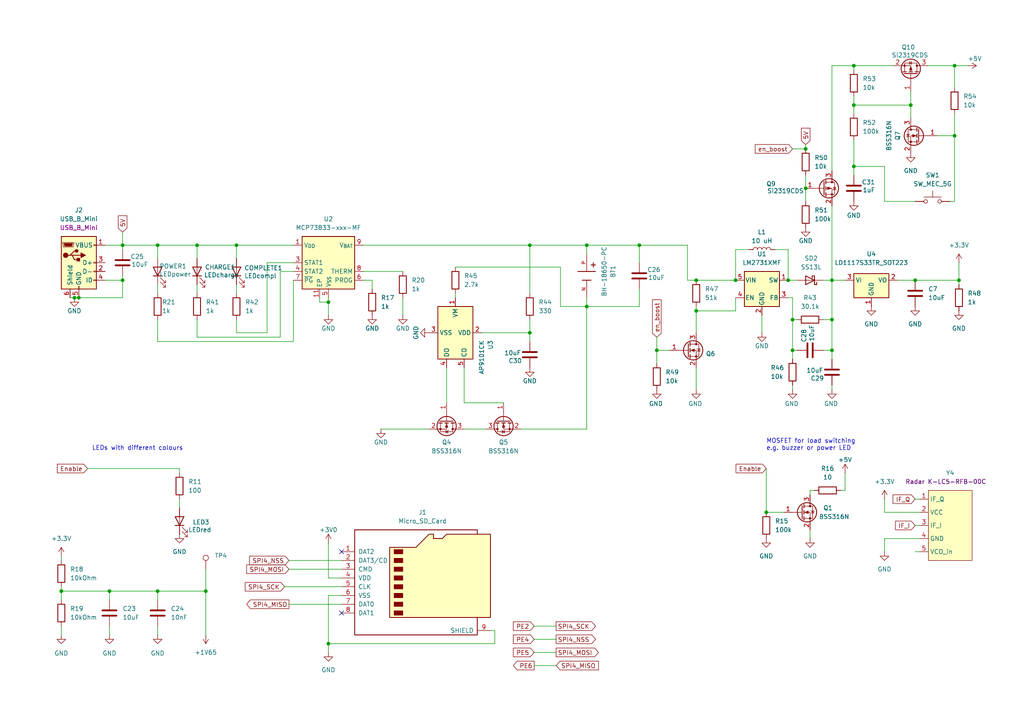
<source format=kicad_sch>
(kicad_sch (version 20250114) (generator "eeschema") (generator_version "9.0")
  (paper "A4")
  (title_block (title "Miscellaneous") (date "2022-12-22") (company "hhrt@zhaw.ch"))
  (lib_symbols
    (symbol "BH-18650-PC:BH-18650-PC" (pin_names (offset 1.016))
      (property "Reference" "BT" (at -3.81 3.81 0))
      (property "Value" "BH-18650-PC" (at -3.81 -5.08 0))
      (symbol "BH-18650-PC_0_0"
        (pin passive line (at -7.62 0 0) (length 5.08) (name "~") (number "P"))
        (pin passive line (at 5.08 0 180) (length 5.08) (name "~") (number "N"))
      )
    )
    (symbol "Battery_Management:AP9101CK"
      (property "Reference" "U" (at -7.62 6.35 0))
      (property "Value" "AP9101CK" (at 6.35 6.35 0))
      (symbol "AP9101CK_1_1"
        (pin passive line (at -10.16 0 0) (length 2.54) (name "VM") (number "1"))
        (pin power_in line (at 0 7.62 270) (length 2.54) (name "VDD") (number "2"))
        (pin power_in line (at 0 -7.62 90) (length 2.54) (name "VSS") (number "3"))
        (pin output line (at 10.16 2.54 180) (length 2.54) (name "CO") (number "5"))
        (pin output line (at 10.16 -2.54 180) (length 2.54) (name "DO") (number "4"))
      )
    )
    (symbol "Battery_Management:MCP73833-xxx-MF"
      (property "Reference" "U" (at -6.35 8.89 0))
      (property "Value" "MCP73833-xxx-MF" (at 10.16 8.89 0))
      (symbol "MCP73833-xxx-MF_1_1"
        (pin power_in line (at -10.16 5.08 0) (length 2.54) (name "V_{DD}") (number "1"))
        (pin passive line (at -10.16 5.08 0) (length 2.54) (hide yes) (name "V_{DD}") (number "2"))
        (pin open_collector line (at -10.16 0 0) (length 2.54) (name "STAT1") (number "3"))
        (pin open_collector line (at -10.16 -2.54 0) (length 2.54) (name "STAT2") (number "4"))
        (pin open_collector line (at -10.16 -5.08 0) (length 2.54) (name "~{PG}") (number "7"))
        (pin power_in line (at -2.54 -10.16 90) (length 2.54) (name "EP") (number "11"))
        (pin power_in line (at 0 -10.16 90) (length 2.54) (name "V_{SS}") (number "5"))
        (pin passive line (at 10.16 5.08 180) (length 2.54) (hide yes) (name "V_{BAT}") (number "10"))
        (pin power_out line (at 10.16 5.08 180) (length 2.54) (name "V_{BAT}") (number "9"))
        (pin passive line (at 10.16 -2.54 180) (length 2.54) (name "THERM") (number "8"))
        (pin input line (at 10.16 -5.08 180) (length 2.54) (name "PROG") (number "6"))
      )
    )
    (symbol "Connector:Micro_SD_Card" (pin_names (offset 1.016))
      (property "Reference" "J" (at -16.51 15.24 0))
      (property "Value" "Micro_SD_Card" (at 16.51 15.24 0))
      (symbol "Micro_SD_Card_1_1"
        (pin bidirectional line (at -22.86 7.62 0) (length 3.81) (name "DAT2") (number "1"))
        (pin bidirectional line (at -22.86 5.08 0) (length 3.81) (name "DAT3/CD") (number "2"))
        (pin input line (at -22.86 2.54 0) (length 3.81) (name "CMD") (number "3"))
        (pin power_in line (at -22.86 0 0) (length 3.81) (name "VDD") (number "4"))
        (pin input line (at -22.86 -2.54 0) (length 3.81) (name "CLK") (number "5"))
        (pin power_in line (at -22.86 -5.08 0) (length 3.81) (name "VSS") (number "6"))
        (pin bidirectional line (at -22.86 -7.62 0) (length 3.81) (name "DAT0") (number "7"))
        (pin bidirectional line (at -22.86 -10.16 0) (length 3.81) (name "DAT1") (number "8"))
        (pin passive line (at 20.32 -15.24 180) (length 3.81) (name "SHIELD") (number "9"))
      )
    )
    (symbol "Connector:TestPoint" (pin_numbers (hide yes)) (pin_names (offset 0.762) (hide yes))
      (property "Reference" "TP" (at 0 6.858 0))
      (property "Value" "TestPoint" (at 0 5.08 0))
      (symbol "TestPoint_1_1"
        (pin passive line (at 0 0 90) (length 2.54) (name "1") (number "1"))
      )
    )
    (symbol "Connector:USB_B_Mini" (pin_names (offset 1.016))
      (property "Reference" "J" (at -5.08 11.43 0))
      (property "Value" "USB_B_Mini" (at -5.08 8.89 0))
      (symbol "USB_B_Mini_1_1"
        (pin passive line (at -2.54 -10.16 90) (length 2.54) (name "Shield") (number "6"))
        (pin power_out line (at 0 -10.16 90) (length 2.54) (name "GND") (number "5"))
        (pin power_out line (at 7.62 5.08 180) (length 2.54) (name "VBUS") (number "1"))
        (pin bidirectional line (at 7.62 0 180) (length 2.54) (name "D+") (number "3"))
        (pin bidirectional line (at 7.62 -2.54 180) (length 2.54) (name "D-") (number "2"))
        (pin passive line (at 7.62 -5.08 180) (length 2.54) (name "ID") (number "4"))
      )
    )
    (symbol "Device:C" (pin_numbers (hide yes)) (pin_names (offset 0.254))
      (property "Reference" "C" (at 0.635 2.54 0))
      (property "Value" "C" (at 0.635 -2.54 0))
      (symbol "C_1_1"
        (pin passive line (at 0 3.81 270) (length 2.794) (name "~") (number "1"))
        (pin passive line (at 0 -3.81 90) (length 2.794) (name "~") (number "2"))
      )
    )
    (symbol "Device:D_Schottky" (pin_numbers (hide yes)) (pin_names (offset 1.016) (hide yes))
      (property "Reference" "D" (at 0 2.54 0))
      (property "Value" "D_Schottky" (at 0 -2.54 0))
      (symbol "D_Schottky_1_1"
        (pin passive line (at -3.81 0 0) (length 2.54) (name "K") (number "1"))
        (pin passive line (at 3.81 0 180) (length 2.54) (name "A") (number "2"))
      )
    )
    (symbol "Device:L" (pin_numbers (hide yes)) (pin_names (offset 1.016) (hide yes))
      (property "Reference" "L" (at -1.27 0 90))
      (property "Value" "L" (at 1.905 0 90))
      (symbol "L_1_1"
        (pin passive line (at 0 3.81 270) (length 1.27) (name "1") (number "1"))
        (pin passive line (at 0 -3.81 90) (length 1.27) (name "2") (number "2"))
      )
    )
    (symbol "Device:LED" (pin_numbers (hide yes)) (pin_names (offset 1.016) (hide yes))
      (property "Reference" "D" (at 0 2.54 0))
      (property "Value" "LED" (at 0 -2.54 0))
      (symbol "LED_1_1"
        (pin passive line (at -3.81 0 0) (length 2.54) (name "K") (number "1"))
        (pin passive line (at 3.81 0 180) (length 2.54) (name "A") (number "2"))
      )
    )
    (symbol "Device:R" (pin_numbers (hide yes)) (pin_names (offset 0))
      (property "Reference" "R" (at 2.032 0 90))
      (property "Value" "R" (at 0 0 90))
      (symbol "R_1_1"
        (pin passive line (at 0 3.81 270) (length 1.27) (name "~") (number "1"))
        (pin passive line (at 0 -3.81 90) (length 1.27) (name "~") (number "2"))
      )
    )
    (symbol "HW_template:Radar K-LC5-RFB-00C"
      (property "Reference" "Y" (at 0 15.24 0))
      (property "Value" "${SIM.PARAMS}" (at -1.27 12.7 0))
      (property "Sim.Params" "Radar K-LC5-RFB-00C" (at -1.27 12.7 0))
      (symbol "Radar K-LC5-RFB-00C_1_1"
        (pin output line (at -8.89 7.62 0) (length 2.54) (name "IF_Q") (number "1"))
        (pin power_in line (at -8.89 3.81 0) (length 2.54) (name "VCC") (number "2"))
        (pin output line (at -8.89 0 0) (length 2.54) (name "IF_I") (number "3"))
        (pin power_in line (at -8.89 -3.81 0) (length 2.54) (name "GND") (number "4"))
        (pin input line (at -8.89 -7.62 0) (length 2.54) (name "VCO_in") (number "5"))
      )
    )
    (symbol "Regulator_Linear:LD1117S33TR_SOT223"
      (property "Reference" "U" (at -3.81 3.175 0))
      (property "Value" "LD1117S33TR_SOT223" (at 0 3.175 0))
      (symbol "LD1117S33TR_SOT223_1_1"
        (pin power_in line (at -7.62 0 0) (length 2.54) (name "VI") (number "3"))
        (pin power_in line (at 0 -7.62 90) (length 2.54) (name "GND") (number "1"))
        (pin power_out line (at 7.62 0 180) (length 2.54) (name "VO") (number "2"))
      )
    )
    (symbol "Regulator_Switching:LM2731XMF" (pin_names (offset 0.254))
      (property "Reference" "U" (at -5.08 6.35 0))
      (property "Value" "LM2731XMF" (at 0 6.35 0))
      (symbol "LM2731XMF_1_1"
        (pin input line (at -7.62 2.54 0) (length 2.54) (name "VIN") (number "5"))
        (pin input line (at -7.62 -2.54 0) (length 2.54) (name "EN") (number "4"))
        (pin power_in line (at 0 -7.62 90) (length 2.54) (name "GND") (number "2"))
        (pin output line (at 7.62 2.54 180) (length 2.54) (name "SW") (number "1"))
        (pin input line (at 7.62 -2.54 180) (length 2.54) (name "FB") (number "3"))
      )
    )
    (symbol "Switch:SW_MEC_5G" (pin_numbers (hide yes)) (pin_names (offset 1.016) (hide yes))
      (property "Reference" "SW" (at 1.27 2.54 0))
      (property "Value" "SW_MEC_5G" (at 0 -1.524 0))
      (symbol "SW_MEC_5G_0_1"
        (pin passive line (at -5.08 0 0) (length 2.54) (name "A") (number "1"))
        (pin passive line (at 5.08 0 180) (length 2.54) (name "B") (number "3"))
      )
      (symbol "SW_MEC_5G_1_1"
        (pin passive line (at -5.08 0 0) (length 2.54) (hide yes) (name "A") (number "2"))
        (pin passive line (at 5.08 0 180) (length 2.54) (hide yes) (name "B") (number "4"))
      )
    )
    (symbol "Transistor_FET:BSS138" (pin_names (hide yes))
      (property "Reference" "Q" (at 5.08 1.905 0))
      (property "Value" "BSS138" (at 5.08 0 0))
      (symbol "BSS138_1_1"
        (pin input line (at -5.08 0 0) (length 2.54) (name "G") (number "1"))
        (pin passive line (at 2.54 5.08 270) (length 2.54) (name "D") (number "3"))
        (pin passive line (at 2.54 -5.08 90) (length 2.54) (name "S") (number "2"))
      )
    )
    (symbol "Transistor_FET:Si2319CDS" (pin_names (hide yes))
      (property "Reference" "Q" (at 5.08 1.905 0))
      (property "Value" "Si2319CDS" (at 5.08 0 0))
      (symbol "Si2319CDS_1_1"
        (pin input line (at -5.08 0 0) (length 2.54) (name "G") (number "1"))
        (pin passive line (at 2.54 5.08 270) (length 2.54) (name "D") (number "3"))
        (pin passive line (at 2.54 -5.08 90) (length 2.54) (name "S") (number "2"))
      )
    )
    (symbol "power:+1V0" (power) (pin_numbers (hide yes)) (pin_names (offset 0) (hide yes))
      (property "Value" "+1V0" (at 0 3.556 0))
      (symbol "+1V0_1_1"
        (pin power_in line (at 0 0 90) (length 0) (name "~") (number "1"))
      )
    )
    (symbol "power:+3.3V" (power) (pin_numbers (hide yes)) (pin_names (offset 0) (hide yes))
      (property "Value" "+3.3V" (at 0 3.556 0))
      (symbol "+3.3V_1_1"
        (pin power_in line (at 0 0 90) (length 0) (name "~") (number "1"))
      )
    )
    (symbol "power:+3V0" (power) (pin_numbers (hide yes)) (pin_names (offset 0) (hide yes))
      (property "Value" "+3V0" (at 0 3.556 0))
      (symbol "+3V0_1_1"
        (pin power_in line (at 0 0 90) (length 0) (name "~") (number "1"))
      )
    )
    (symbol "power:+5V" (power) (pin_numbers (hide yes)) (pin_names (offset 0) (hide yes))
      (property "Value" "+5V" (at 0 3.556 0))
      (symbol "+5V_1_1"
        (pin power_in line (at 0 0 90) (length 0) (name "~") (number "1"))
      )
    )
    (symbol "power:GND" (power) (pin_numbers (hide yes)) (pin_names (offset 0) (hide yes))
      (property "Value" "GND" (at 0 -3.81 0))
      (symbol "GND_1_1"
        (pin power_in line (at 0 0 270) (length 0) (name "~") (number "1"))
      )
    )
  )
  (text "MOSFET for load switching\ne.g. buzzer or power LED" (at 222.25 130.81 0) (effects (font (size 1.27 1.27)) (justify left bottom)))
  (text "LEDs with different colours" (at 26.67 130.81 0) (effects (font (size 1.27 1.27)) (justify left bottom)))
  (junction (at 247.65 30.48))
  (junction (at 185.42 71.12))
  (junction (at 247.65 19.05))
  (junction (at 201.93 90.17))
  (junction (at 229.87 101.6))
  (junction (at 222.25 148.59))
  (junction (at 57.15 71.12))
  (junction (at 276.86 39.37))
  (junction (at 241.3 101.6))
  (junction (at 265.43 81.28))
  (junction (at 229.87 92.71))
  (junction (at 278.13 81.28))
  (junction (at 241.3 81.28))
  (junction (at 170.18 71.12))
  (junction (at 241.3 92.71))
  (junction (at 17.78 171.45))
  (junction (at 190.5 101.6))
  (junction (at 233.68 43.18))
  (junction (at 31.75 171.45))
  (junction (at 153.67 71.12))
  (junction (at 45.72 171.45))
  (junction (at 35.56 71.12))
  (junction (at 22.86 86.36))
  (junction (at 201.93 81.28))
  (junction (at 276.86 19.05))
  (junction (at 228.6 81.28))
  (junction (at 153.67 96.52))
  (junction (at 45.72 71.12))
  (junction (at 213.36 81.28))
  (junction (at 68.58 71.12))
  (junction (at 21.59 86.36))
  (junction (at 95.25 87.63))
  (junction (at 59.69 171.45))
  (junction (at 247.65 48.26))
  (junction (at 264.16 30.48))
  (junction (at 95.25 186.69))
  (junction (at 233.68 54.61))
  (junction (at 35.56 81.28))
  (junction (at 170.18 88.9))
  (no_connect (at 99.06 160.02))
  (no_connect (at 99.06 177.8))
  (wire (pts (xy 52.07 144.78) (xy 52.07 147.32)))
  (wire (pts (xy 170.18 86.36) (xy 170.18 88.9)))
  (wire (pts (xy 25.4 135.89) (xy 52.07 135.89)))
  (wire (pts (xy 59.69 184.15) (xy 59.69 171.45)))
  (wire (pts (xy 45.72 71.12) (xy 45.72 74.93)))
  (wire (pts (xy 132.08 77.47) (xy 162.56 77.47)))
  (wire (pts (xy 245.11 137.16) (xy 245.11 142.24)))
  (wire (pts (xy 266.7 156.21) (xy 256.54 156.21)))
  (wire (pts (xy 129.54 106.68) (xy 129.54 116.84)))
  (wire (pts (xy 228.6 81.28) (xy 231.14 81.28)))
  (wire (pts (xy 95.25 86.36) (xy 95.25 87.63)))
  (wire (pts (xy 22.86 86.36) (xy 21.59 86.36)))
  (wire (pts (xy 238.76 81.28) (xy 241.3 81.28)))
  (wire (pts (xy 95.25 189.23) (xy 95.25 186.69)))
  (wire (pts (xy 83.82 175.26) (xy 99.06 175.26)))
  (wire (pts (xy 83.82 165.1) (xy 99.06 165.1)))
  (wire (pts (xy 153.67 71.12) (xy 153.67 85.09)))
  (wire (pts (xy 278.13 81.28) (xy 278.13 82.55)))
  (wire (pts (xy 170.18 88.9) (xy 170.18 124.46)))
  (wire (pts (xy 201.93 90.17) (xy 201.93 96.52)))
  (wire (pts (xy 82.55 170.18) (xy 99.06 170.18)))
  (wire (pts (xy 57.15 71.12) (xy 68.58 71.12)))
  (wire (pts (xy 238.76 92.71) (xy 241.3 92.71)))
  (wire (pts (xy 68.58 74.93) (xy 68.58 71.12)))
  (wire (pts (xy 256.54 48.26) (xy 247.65 48.26)))
  (wire (pts (xy 153.67 99.06) (xy 153.67 96.52)))
  (wire (pts (xy 134.62 116.84) (xy 146.05 116.84)))
  (wire (pts (xy 229.87 43.18) (xy 233.68 43.18)))
  (wire (pts (xy 185.42 71.12) (xy 199.39 71.12)))
  (wire (pts (xy 17.78 171.45) (xy 31.75 171.45)))
  (wire (pts (xy 30.48 71.12) (xy 35.56 71.12)))
  (wire (pts (xy 241.3 113.03) (xy 241.3 111.76)))
  (wire (pts (xy 170.18 71.12) (xy 170.18 73.66)))
  (wire (pts (xy 59.69 165.1) (xy 59.69 171.45)))
  (wire (pts (xy 57.15 97.79) (xy 57.15 92.71)))
  (wire (pts (xy 256.54 156.21) (xy 256.54 160.02)))
  (wire (pts (xy 17.78 181.61) (xy 17.78 184.15)))
  (wire (pts (xy 116.84 86.36) (xy 116.84 91.44)))
  (wire (pts (xy 199.39 71.12) (xy 199.39 81.28)))
  (wire (pts (xy 17.78 170.18) (xy 17.78 171.45)))
  (wire (pts (xy 256.54 144.78) (xy 256.54 148.59)))
  (wire (pts (xy 241.3 81.28) (xy 245.11 81.28)))
  (wire (pts (xy 229.87 86.36) (xy 229.87 92.71)))
  (wire (pts (xy 45.72 71.12) (xy 57.15 71.12)))
  (wire (pts (xy 241.3 101.6) (xy 241.3 92.71)))
  (wire (pts (xy 276.86 19.05) (xy 280.67 19.05)))
  (wire (pts (xy 276.86 19.05) (xy 269.24 19.05)))
  (wire (pts (xy 247.65 30.48) (xy 247.65 33.02)))
  (wire (pts (xy 35.56 71.12) (xy 45.72 71.12)))
  (wire (pts (xy 190.5 97.79) (xy 190.5 101.6)))
  (wire (pts (xy 220.98 96.52) (xy 220.98 91.44)))
  (wire (pts (xy 81.28 78.74) (xy 81.28 97.79)))
  (wire (pts (xy 57.15 71.12) (xy 57.15 74.93)))
  (wire (pts (xy 132.08 85.09) (xy 132.08 86.36)))
  (wire (pts (xy 99.06 167.64) (xy 95.25 167.64)))
  (wire (pts (xy 95.25 87.63) (xy 95.25 91.44)))
  (wire (pts (xy 201.93 90.17) (xy 213.36 90.17)))
  (wire (pts (xy 154.94 185.42) (xy 161.29 185.42)))
  (wire (pts (xy 243.84 142.24) (xy 245.11 142.24)))
  (wire (pts (xy 201.93 106.68) (xy 201.93 113.03)))
  (wire (pts (xy 170.18 71.12) (xy 185.42 71.12)))
  (wire (pts (xy 142.24 182.88) (xy 143.51 182.88)))
  (wire (pts (xy 213.36 86.36) (xy 213.36 90.17)))
  (wire (pts (xy 233.68 54.61) (xy 233.68 58.42)))
  (wire (pts (xy 110.49 124.46) (xy 124.46 124.46)))
  (wire (pts (xy 143.51 186.69) (xy 95.25 186.69)))
  (wire (pts (xy 217.17 72.39) (xy 213.36 72.39)))
  (wire (pts (xy 241.3 19.05) (xy 247.65 19.05)))
  (wire (pts (xy 201.93 88.9) (xy 201.93 90.17)))
  (wire (pts (xy 256.54 58.42) (xy 256.54 48.26)))
  (wire (pts (xy 231.14 101.6) (xy 229.87 101.6)))
  (wire (pts (xy 229.87 101.6) (xy 229.87 92.71)))
  (wire (pts (xy 241.3 81.28) (xy 241.3 92.71)))
  (wire (pts (xy 95.25 186.69) (xy 95.25 172.72)))
  (wire (pts (xy 68.58 71.12) (xy 85.09 71.12)))
  (wire (pts (xy 247.65 20.32) (xy 247.65 19.05)))
  (wire (pts (xy 81.28 97.79) (xy 57.15 97.79)))
  (wire (pts (xy 241.3 101.6) (xy 241.3 104.14)))
  (wire (pts (xy 153.67 71.12) (xy 170.18 71.12)))
  (wire (pts (xy 185.42 76.2) (xy 185.42 71.12)))
  (wire (pts (xy 199.39 81.28) (xy 201.93 81.28)))
  (wire (pts (xy 185.42 83.82) (xy 185.42 88.9)))
  (wire (pts (xy 238.76 101.6) (xy 241.3 101.6)))
  (wire (pts (xy 278.13 76.2) (xy 278.13 81.28)))
  (wire (pts (xy 222.25 148.59) (xy 227.33 148.59)))
  (wire (pts (xy 31.75 171.45) (xy 45.72 171.45)))
  (wire (pts (xy 68.58 82.55) (xy 68.58 85.09)))
  (wire (pts (xy 153.67 92.71) (xy 153.67 96.52)))
  (wire (pts (xy 265.43 58.42) (xy 256.54 58.42)))
  (wire (pts (xy 92.71 87.63) (xy 95.25 87.63)))
  (wire (pts (xy 22.86 86.36) (xy 35.56 86.36)))
  (wire (pts (xy 107.95 81.28) (xy 105.41 81.28)))
  (wire (pts (xy 264.16 26.67) (xy 264.16 30.48)))
  (wire (pts (xy 45.72 82.55) (xy 45.72 85.09)))
  (wire (pts (xy 264.16 30.48) (xy 247.65 30.48)))
  (wire (pts (xy 229.87 92.71) (xy 231.14 92.71)))
  (wire (pts (xy 92.71 86.36) (xy 92.71 87.63)))
  (wire (pts (xy 105.41 71.12) (xy 153.67 71.12)))
  (wire (pts (xy 265.43 81.28) (xy 278.13 81.28)))
  (wire (pts (xy 35.56 67.31) (xy 35.56 71.12)))
  (wire (pts (xy 45.72 184.15) (xy 45.72 181.61)))
  (wire (pts (xy 264.16 34.29) (xy 264.16 30.48)))
  (wire (pts (xy 45.72 99.06) (xy 45.72 92.71)))
  (wire (pts (xy 31.75 171.45) (xy 31.75 173.99)))
  (wire (pts (xy 68.58 96.52) (xy 77.47 96.52)))
  (wire (pts (xy 134.62 124.46) (xy 140.97 124.46)))
  (wire (pts (xy 35.56 72.39) (xy 35.56 71.12)))
  (wire (pts (xy 236.22 142.24) (xy 234.95 142.24)))
  (wire (pts (xy 190.5 105.41) (xy 190.5 101.6)))
  (wire (pts (xy 265.43 152.4) (xy 266.7 152.4)))
  (wire (pts (xy 77.47 76.2) (xy 85.09 76.2)))
  (wire (pts (xy 228.6 72.39) (xy 228.6 81.28)))
  (wire (pts (xy 95.25 157.48) (xy 95.25 167.64)))
  (wire (pts (xy 213.36 72.39) (xy 213.36 81.28)))
  (wire (pts (xy 154.94 193.04) (xy 161.29 193.04)))
  (wire (pts (xy 139.7 96.52) (xy 153.67 96.52)))
  (wire (pts (xy 229.87 101.6) (xy 229.87 104.14)))
  (wire (pts (xy 276.86 39.37) (xy 271.78 39.37)))
  (wire (pts (xy 151.13 124.46) (xy 170.18 124.46)))
  (wire (pts (xy 68.58 92.71) (xy 68.58 96.52)))
  (wire (pts (xy 95.25 172.72) (xy 99.06 172.72)))
  (wire (pts (xy 143.51 182.88) (xy 143.51 186.69)))
  (wire (pts (xy 247.65 27.94) (xy 247.65 30.48)))
  (wire (pts (xy 276.86 33.02) (xy 276.86 39.37)))
  (wire (pts (xy 35.56 86.36) (xy 35.56 81.28)))
  (wire (pts (xy 241.3 19.05) (xy 241.3 49.53)))
  (wire (pts (xy 234.95 153.67) (xy 234.95 156.21)))
  (wire (pts (xy 45.72 171.45) (xy 59.69 171.45)))
  (wire (pts (xy 228.6 86.36) (xy 229.87 86.36)))
  (wire (pts (xy 234.95 142.24) (xy 234.95 143.51)))
  (wire (pts (xy 162.56 77.47) (xy 162.56 88.9)))
  (wire (pts (xy 107.95 81.28) (xy 107.95 83.82)))
  (wire (pts (xy 275.59 58.42) (xy 276.86 58.42)))
  (wire (pts (xy 190.5 101.6) (xy 194.31 101.6)))
  (wire (pts (xy 224.79 72.39) (xy 228.6 72.39)))
  (wire (pts (xy 85.09 78.74) (xy 81.28 78.74)))
  (wire (pts (xy 260.35 81.28) (xy 265.43 81.28)))
  (wire (pts (xy 83.82 162.56) (xy 99.06 162.56)))
  (wire (pts (xy 30.48 81.28) (xy 35.56 81.28)))
  (wire (pts (xy 233.68 41.91) (xy 233.68 43.18)))
  (wire (pts (xy 229.87 111.76) (xy 229.87 113.03)))
  (wire (pts (xy 247.65 19.05) (xy 259.08 19.05)))
  (wire (pts (xy 265.43 144.78) (xy 266.7 144.78)))
  (wire (pts (xy 17.78 171.45) (xy 17.78 173.99)))
  (wire (pts (xy 265.43 160.02) (xy 266.7 160.02)))
  (wire (pts (xy 247.65 50.8) (xy 247.65 48.26)))
  (wire (pts (xy 276.86 58.42) (xy 276.86 39.37)))
  (wire (pts (xy 162.56 88.9) (xy 170.18 88.9)))
  (wire (pts (xy 247.65 40.64) (xy 247.65 48.26)))
  (wire (pts (xy 35.56 80.01) (xy 35.56 81.28)))
  (wire (pts (xy 154.94 181.61) (xy 161.29 181.61)))
  (wire (pts (xy 154.94 189.23) (xy 161.29 189.23)))
  (wire (pts (xy 201.93 81.28) (xy 213.36 81.28)))
  (wire (pts (xy 45.72 171.45) (xy 45.72 173.99)))
  (wire (pts (xy 57.15 82.55) (xy 57.15 85.09)))
  (wire (pts (xy 52.07 135.89) (xy 52.07 137.16)))
  (wire (pts (xy 31.75 184.15) (xy 31.75 181.61)))
  (wire (pts (xy 256.54 148.59) (xy 266.7 148.59)))
  (wire (pts (xy 241.3 59.69) (xy 241.3 81.28)))
  (wire (pts (xy 77.47 96.52) (xy 77.47 76.2)))
  (wire (pts (xy 233.68 50.8) (xy 233.68 54.61)))
  (wire (pts (xy 222.25 135.89) (xy 222.25 148.59)))
  (wire (pts (xy 105.41 78.74) (xy 116.84 78.74)))
  (wire (pts (xy 134.62 106.68) (xy 134.62 116.84)))
  (wire (pts (xy 185.42 88.9) (xy 170.18 88.9)))
  (wire (pts (xy 45.72 99.06) (xy 85.09 99.06)))
  (wire (pts (xy 276.86 25.4) (xy 276.86 19.05)))
  (wire (pts (xy 85.09 81.28) (xy 85.09 99.06)))
  (wire (pts (xy 20.32 86.36) (xy 21.59 86.36)))
  (wire (pts (xy 17.78 161.29) (xy 17.78 162.56)))
  (global_label "Enable" (shape input) (at 222.25 135.89 180) (property "Intersheetrefs" "${INTERSHEET_REFS}" (effects (hide yes))))
  (global_label "IF_I" (shape input) (at 265.43 152.4 180) (property "Intersheetrefs" "${INTERSHEET_REFS}" (effects (hide yes))))
  (global_label "en_boost" (shape input) (at 229.87 43.18 180) (property "Intersheetrefs" "${INTERSHEET_REFS}" (effects (hide yes))))
  (global_label "PE2" (shape input) (at 154.94 181.61 180) (property "Intersheetrefs" "${INTERSHEET_REFS}" (effects (hide yes))))
  (global_label "IF_Q" (shape input) (at 265.43 144.78 180) (property "Intersheetrefs" "${INTERSHEET_REFS}" (effects (hide yes))))
  (global_label "Enable" (shape input) (at 25.4 135.89 180) (property "Intersheetrefs" "${INTERSHEET_REFS}" (effects (hide yes))))
  (global_label "SPI4_MISO" (shape input) (at 161.29 193.04 0) (property "Intersheetrefs" "${INTERSHEET_REFS}" (effects (hide yes))))
  (global_label "SPI4_MISO" (shape output) (at 83.82 175.26 180) (property "Intersheetrefs" "${INTERSHEET_REFS}" (effects (hide yes))))
  (global_label "SPI4_NSS" (shape input) (at 83.82 162.56 180) (property "Intersheetrefs" "${INTERSHEET_REFS}" (effects (hide yes))))
  (global_label "PE6" (shape output) (at 154.94 193.04 180) (property "Intersheetrefs" "${INTERSHEET_REFS}" (effects (hide yes))))
  (global_label "en_boost" (shape input) (at 190.5 97.79 90) (property "Intersheetrefs" "${INTERSHEET_REFS}" (effects (hide yes))))
  (global_label "SPI4_MOSI" (shape input) (at 83.82 165.1 180) (property "Intersheetrefs" "${INTERSHEET_REFS}" (effects (hide yes))))
  (global_label "5V" (shape input) (at 35.56 67.31 90) (property "Intersheetrefs" "${INTERSHEET_REFS}" (effects (hide yes))))
  (global_label "SPI4_SCK" (shape input) (at 82.55 170.18 180) (property "Intersheetrefs" "${INTERSHEET_REFS}" (effects (hide yes))))
  (global_label "PE4" (shape input) (at 154.94 185.42 180) (property "Intersheetrefs" "${INTERSHEET_REFS}" (effects (hide yes))))
  (global_label "SPI4_NSS" (shape output) (at 161.29 185.42 0) (property "Intersheetrefs" "${INTERSHEET_REFS}" (effects (hide yes))))
  (global_label "5V" (shape input) (at 233.68 41.91 90) (property "Intersheetrefs" "${INTERSHEET_REFS}" (effects (hide yes))))
  (global_label "PE5" (shape input) (at 154.94 189.23 180) (property "Intersheetrefs" "${INTERSHEET_REFS}" (effects (hide yes))))
  (global_label "SPI4_MOSI" (shape output) (at 161.29 189.23 0) (property "Intersheetrefs" "${INTERSHEET_REFS}" (effects (hide yes))))
  (global_label "SPI4_SCK" (shape output) (at 161.29 181.61 0) (property "Intersheetrefs" "${INTERSHEET_REFS}" (effects (hide yes))))
  (symbol (lib_id "power:GND") (at 31.75 184.15 0) (unit 1)
    (property "Reference" "#PWR042" (effects (hide yes)))
    (property "Value" "GND" (at 31.75 189.484 0))
    (property "Description" "Power symbol creates a global label with name \"GND\" , ground" (effects (hide yes)))
  )
  (symbol (lib_id "power:GND") (at 124.46 96.52 270) (unit 1)
    (property "Reference" "#PWR037" (effects (hide yes)))
    (property "Value" "GND" (at 120.65 96.52 0))
    (property "Description" "Power symbol creates a global label with name \"GND\" , ground" (effects (hide yes)))
  )
  (symbol (lib_id "power:GND") (at 95.25 91.44 0) (unit 1)
    (property "Reference" "#PWR030" (effects (hide yes)))
    (property "Value" "GND" (at 95.25 95.25 0))
    (property "Description" "Power symbol creates a global label with name \"GND\" , ground" (effects (hide yes)))
  )
  (symbol (lib_id "power:GND") (at 52.07 154.94 0) (unit 1)
    (property "Reference" "#PWR027" (effects (hide yes)))
    (property "Value" "GND" (at 52.07 160.02 0))
    (property "Description" "Power symbol creates a global label with name \"GND\" , ground" (effects (hide yes)))
  )
  (symbol (lib_id "power:GND") (at 247.65 58.42 0) (unit 1)
    (property "Reference" "#PWR069" (effects (hide yes)))
    (property "Value" "GND" (at 247.65 62.484 0))
    (property "Description" "Power symbol creates a global label with name \"GND\" , ground" (effects (hide yes)))
  )
  (symbol (lib_id "Connector:USB_B_Mini") (at 22.86 76.2 0) (unit 1)
    (property "Reference" "J2" (at 22.86 60.96 0))
    (property "Value" "${SIM.PARAMS}" (at 22.86 63.5 0))
    (property "Footprint" "Connector_USB:USB_Mini-B_Lumberg_2486_01_Horizontal" (effects (hide yes)))
    (property "Description" "USB Mini Type B connector" (effects (hide yes)))
    (property "Sim.Device" "SPICE" (effects (hide yes)))
    (property "Sim.Params" "USB_B_Mini" (at 22.86 66.04 0))
    (property "Sim.Pins" "1=1 2=2 3=3 4=4 5=5 6=6" (effects (hide yes)))
  )
  (symbol (lib_id "BH-18650-PC:BH-18650-PC") (at 170.18 81.28 270) (unit 1)
    (property "Reference" "BT1" (at 177.8 78.74 0))
    (property "Value" "BH-18650-PC" (at 175.26 78.74 0))
    (property "Footprint" "BH-18650-PC:BAT_BH-18650-PC" (effects (hide yes)))
    (property "MF" "MPD (Memory Protection Devices)" (effects (hide yes)))
    (property "MAXIMUM_PACKAGE_HEIGHT" "21.31mm" (effects (hide yes)))
    (property "Package" "None" (effects (hide yes)))
    (property "Price" "None" (effects (hide yes)))
    (property "Check_prices" "https://www.snapeda.com/parts/BH-18650-PC/MPD/view-part/?ref=eda" (effects (hide yes)))
    (property "STANDARD" "Manufacturer Recommendation" (effects (hide yes)))
    (property "PARTREV" "05/17/19" (effects (hide yes)))
    (property "SnapEDA_Link" "https://www.snapeda.com/parts/BH-18650-PC/MPD/view-part/?ref=snap" (effects (hide yes)))
    (property "MP" "BH-18650-PC" (effects (hide yes)))
    (property "Description_1" "Battery Holder (Open) 18650 1 Cell PC Pin" (effects (hide yes)))
    (property "Availability" "In Stock" (effects (hide yes)))
    (property "MANUFACTURER" "MPD" (effects (hide yes)))
  )
  (symbol (lib_id "Device:R") (at 276.86 29.21 180) (unit 1)
    (property "Reference" "R54" (at 279.4 27.9399 0) (effects (justify right)))
    (property "Value" "10k" (at 279.4 30.4799 0) (effects (justify right)))
    (property "Footprint" "Resistor_SMD:R_0805_2012Metric_Pad1.20x1.40mm_HandSolder" (effects (hide yes)))
  )
  (symbol (lib_id "Device:R") (at 234.95 92.71 90) (unit 1)
    (property "Reference" "R43" (at 234.95 86.36 90))
    (property "Value" "30.1k" (at 234.95 88.9 90))
    (property "Footprint" "Resistor_SMD:R_0805_2012Metric_Pad1.20x1.40mm_HandSolder" (effects (hide yes)))
  )
  (symbol (lib_id "Device:R") (at 233.68 46.99 180) (unit 1)
    (property "Reference" "R50" (at 236.22 45.7199 0) (effects (justify right)))
    (property "Value" "10k" (at 236.22 48.2599 0) (effects (justify right)))
    (property "Footprint" "Resistor_SMD:R_0805_2012Metric_Pad1.20x1.40mm_HandSolder" (effects (hide yes)))
  )
  (symbol (lib_id "power:GND") (at 256.54 160.02 0) (unit 1)
    (property "Reference" "#PWR064" (effects (hide yes)))
    (property "Value" "GND" (at 256.54 165.1 0))
    (property "Description" "Power symbol creates a global label with name \"GND\" , ground" (effects (hide yes)))
  )
  (symbol (lib_id "power:GND") (at 278.13 90.17 0) (unit 1)
    (property "Reference" "#PWR046" (effects (hide yes)))
    (property "Value" "GND" (at 278.13 95.25 0))
    (property "Description" "Power symbol creates a global label with name \"GND\" , ground" (effects (hide yes)))
  )
  (symbol (lib_id "Device:R") (at 240.03 142.24 270) (unit 1)
    (property "Reference" "R16" (at 240.03 135.89 90))
    (property "Value" "10" (at 240.03 138.43 90))
    (property "Footprint" "Resistor_SMD:R_0805_2012Metric_Pad1.20x1.40mm_HandSolder" (effects (hide yes)))
  )
  (symbol (lib_id "Device:LED") (at 52.07 151.13 90) (unit 1)
    (property "Reference" "LED3" (at 55.88 151.4474 90) (effects (justify right)))
    (property "Value" "LEDred" (at 54.61 153.67 90) (effects (justify right)))
    (property "Footprint" "LED_SMD:LED_1206_3216Metric_Pad1.42x1.75mm_HandSolder" (effects (hide yes)))
    (property "Sim.Library" "spice\\miscellaneous.lib" (effects (hide yes)))
    (property "Sim.Name" "LEDred" (effects (hide yes)))
    (property "Sim.Pins" "2=1 1=2" (effects (hide yes)))
  )
  (symbol (lib_id "Device:R") (at 190.5 109.22 180) (unit 1)
    (property "Reference" "R49" (at 193.04 107.9499 0) (effects (justify right)))
    (property "Value" "10k" (at 193.04 110.4899 0) (effects (justify right)))
    (property "Footprint" "Resistor_SMD:R_0805_2012Metric_Pad1.20x1.40mm_HandSolder" (effects (hide yes)))
  )
  (symbol (lib_id "power:GND") (at 201.93 113.03 0) (unit 1)
    (property "Reference" "#PWR047" (effects (hide yes)))
    (property "Value" "GND" (at 201.676 117.094 0))
    (property "Description" "Power symbol creates a global label with name \"GND\" , ground" (effects (hide yes)))
  )
  (symbol (lib_id "Device:C") (at 265.43 85.09 0) (unit 1)
    (property "Reference" "C7" (at 269.24 83.8199 0) (effects (justify left)))
    (property "Value" "10uF" (at 269.24 86.3599 0) (effects (justify left)))
    (property "Footprint" "Capacitor_SMD:C_0805_2012Metric_Pad1.18x1.45mm_HandSolder" (effects (hide yes)))
  )
  (symbol (lib_id "power:+3.3V") (at 17.78 161.29 0) (unit 1)
    (property "Reference" "#PWR04" (effects (hide yes)))
    (property "Value" "+3.3V" (at 17.78 156.21 0))
    (property "Description" "Power symbol creates a global label with name \"+3.3V\"" (effects (hide yes)))
  )
  (symbol (lib_id "power:GND") (at 241.3 113.03 0) (unit 1)
    (property "Reference" "#PWR032" (effects (hide yes)))
    (property "Value" "GND" (at 241.046 117.094 0))
    (property "Description" "Power symbol creates a global label with name \"GND\" , ground" (effects (hide yes)))
  )
  (symbol (lib_id "Device:R") (at 45.72 88.9 0) (unit 1)
    (property "Reference" "R21" (at 46.99 87.6299 0) (effects (justify left)))
    (property "Value" "1k" (at 46.99 90.1699 0) (effects (justify left)))
    (property "Footprint" "Resistor_SMD:R_0805_2012Metric_Pad1.20x1.40mm_HandSolder" (effects (hide yes)))
  )
  (symbol (lib_id "power:+5V") (at 245.11 137.16 0) (unit 1)
    (property "Reference" "#PWR036" (effects (hide yes)))
    (property "Value" "+5V" (at 245.11 133.35 0))
    (property "Description" "Power symbol creates a global label with name \"+5V\"" (effects (hide yes)))
  )
  (symbol (lib_id "Device:LED") (at 57.15 78.74 90) (unit 1)
    (property "Reference" "CHARGE1" (at 59.436 77.47 90) (effects (justify right)))
    (property "Value" "LEDcharge" (at 59.182 79.756 90) (effects (justify right)))
    (property "Footprint" "LED_SMD:LED_1206_3216Metric_Pad1.42x1.75mm_HandSolder" (effects (hide yes)))
    (property "Sim.Library" "spice\\miscellaneous.lib" (effects (hide yes)))
    (property "Sim.Name" "LEDred" (effects (hide yes)))
    (property "Sim.Pins" "2=1 1=2" (effects (hide yes)))
  )
  (symbol (lib_id "Device:L") (at 220.98 72.39 90) (unit 1)
    (property "Reference" "L1" (at 220.98 67.31 90))
    (property "Value" "10 uH" (at 220.98 69.85 90))
    (property "Footprint" "Inductor_SMD:L_0805_2012Metric_Pad1.15x1.40mm_HandSolder" (effects (hide yes)))
    (property "Description" "Inductor" (effects (hide yes)))
  )
  (symbol (lib_id "power:GND") (at 264.16 44.45 0) (unit 1)
    (property "Reference" "#PWR065" (effects (hide yes)))
    (property "Value" "GND" (at 264.16 49.53 0))
    (property "Description" "Power symbol creates a global label with name \"GND\" , ground" (effects (hide yes)))
  )
  (symbol (lib_id "power:+1V0") (at 59.69 184.15 180) (unit 1)
    (property "Reference" "#PWR03" (effects (hide yes)))
    (property "Value" "+1V65" (at 59.69 189.23 0))
    (property "Description" "Power symbol creates a global label with name \"+1V0\"" (effects (hide yes)))
  )
  (symbol (lib_id "Device:R") (at 247.65 24.13 180) (unit 1)
    (property "Reference" "R53" (at 250.19 22.8599 0) (effects (justify right)))
    (property "Value" "10k" (at 250.19 25.3999 0) (effects (justify right)))
    (property "Footprint" "Resistor_SMD:R_0805_2012Metric_Pad1.20x1.40mm_HandSolder" (effects (hide yes)))
  )
  (symbol (lib_id "power:GND") (at 45.72 184.15 0) (unit 1)
    (property "Reference" "#PWR043" (effects (hide yes)))
    (property "Value" "GND" (at 45.72 189.484 0))
    (property "Description" "Power symbol creates a global label with name \"GND\" , ground" (effects (hide yes)))
  )
  (symbol (lib_id "Device:R") (at 57.15 88.9 0) (unit 1)
    (property "Reference" "R41" (at 59.69 87.6299 0) (effects (justify left)))
    (property "Value" "1k" (at 59.69 90.1699 0) (effects (justify left)))
    (property "Footprint" "Resistor_SMD:R_0805_2012Metric_Pad1.20x1.40mm_HandSolder" (effects (hide yes)))
  )
  (symbol (lib_id "power:GND") (at 252.73 88.9 0) (unit 1)
    (property "Reference" "#PWR044" (effects (hide yes)))
    (property "Value" "GND" (at 252.73 93.98 0))
    (property "Description" "Power symbol creates a global label with name \"GND\" , ground" (effects (hide yes)))
  )
  (symbol (lib_id "Device:LED") (at 45.72 78.74 90) (unit 1)
    (property "Reference" "POWER1" (at 46.228 77.216 90) (effects (justify right)))
    (property "Value" "LEDpower" (at 46.228 79.502 90) (effects (justify right)))
    (property "Footprint" "LED_SMD:LED_1206_3216Metric_Pad1.42x1.75mm_HandSolder" (effects (hide yes)))
    (property "Sim.Library" "spice\\miscellaneous.lib" (effects (hide yes)))
    (property "Sim.Name" "LEDred" (effects (hide yes)))
    (property "Sim.Pins" "2=1 1=2" (effects (hide yes)))
  )
  (symbol (lib_id "Battery_Management:AP9101CK") (at 132.08 96.52 270) (unit 1)
    (property "Reference" "U3" (at 142.24 98.6633 0) (effects (justify left)))
    (property "Value" "AP9101CK" (at 139.7 98.6633 0) (effects (justify left)))
    (property "Footprint" "Package_TO_SOT_SMD:SOT-23-5" (effects (hide yes)))
    (property "Datasheet" "https://www.diodes.com/assets/Datasheets/AP9101C.pdf" (effects (hide yes)))
    (property "Description" "Li+ Battery Protection IC for Single Cell Pack, SOT-23-5" (effects (hide yes)))
  )
  (symbol (lib_id "Device:R") (at 52.07 140.97 0) (unit 1)
    (property "Reference" "R11" (at 54.61 139.6999 0) (effects (justify left)))
    (property "Value" "100" (at 54.61 142.2399 0) (effects (justify left)))
    (property "Footprint" "Resistor_SMD:R_0805_2012Metric_Pad1.20x1.40mm_HandSolder" (effects (hide yes)))
  )
  (symbol (lib_id "HW_template:Radar K-LC5-RFB-00C") (at 275.59 152.4 0) (unit 1)
    (property "Reference" "Y4" (at 275.59 137.16 0))
    (property "Value" "${SIM.PARAMS}" (at 274.32 139.7 0))
    (property "Footprint" "HW_template:Radar_K-LC5" (effects (hide yes)))
    (property "Datasheet" "https://rfbeam.ch/product/k-lc5-radar-transceiver/" (effects (hide yes)))
    (property "Description" "Radar short range sensor with I- and Q-demodulation and VCO-input" (effects (hide yes)))
    (property "Sim.Device" "SPICE" (effects (hide yes)))
    (property "Sim.Params" "Radar K-LC5-RFB-00C" (at 274.32 139.7 0))
    (property "Sim.Pins" "1=1 2=2 3=3 4=4 5=5" (effects (hide yes)))
  )
  (symbol (lib_id "Transistor_FET:Si2319CDS") (at 238.76 54.61 0) (unit 1)
    (property "Reference" "Q9" (at 222.25 53.34 0) (effects (justify left)))
    (property "Value" "Si2319CDS" (at 222.504 55.372 0) (effects (justify left)))
    (property "Footprint" "Package_TO_SOT_SMD:SOT-23" (effects (hide yes)))
    (property "Datasheet" "http://www.vishay.com/docs/66709/si2319cd.pdf" (effects (hide yes)))
    (property "Description" "-4.4A Id, -40V Vds, P-Channel MOSFET, SOT-23" (effects (hide yes)))
  )
  (symbol (lib_id "Device:R") (at 278.13 86.36 0) (unit 1)
    (property "Reference" "R48" (at 280.67 85.0899 0) (effects (justify left)))
    (property "Value" "1k" (at 280.67 87.6299 0) (effects (justify left)))
    (property "Footprint" "Resistor_SMD:R_0805_2012Metric_Pad1.20x1.40mm_HandSolder" (effects (hide yes)))
  )
  (symbol (lib_id "power:+3.3V") (at 278.13 76.2 0) (unit 1)
    (property "Reference" "#PWR021" (effects (hide yes)))
    (property "Value" "+3.3V" (at 278.13 71.12 0))
    (property "Description" "Power symbol creates a global label with name \"+3.3V\"" (effects (hide yes)))
  )
  (symbol (lib_id "power:GND") (at 229.87 113.03 0) (unit 1)
    (property "Reference" "#PWR039" (effects (hide yes)))
    (property "Value" "GND" (at 229.616 117.094 0))
    (property "Description" "Power symbol creates a global label with name \"GND\" , ground" (effects (hide yes)))
  )
  (symbol (lib_id "power:GND") (at 233.68 66.04 0) (unit 1)
    (property "Reference" "#PWR066" (effects (hide yes)))
    (property "Value" "GND" (at 233.68 69.85 0))
    (property "Description" "Power symbol creates a global label with name \"GND\" , ground" (effects (hide yes)))
  )
  (symbol (lib_id "Transistor_FET:BSS138") (at 199.39 101.6 0) (unit 1)
    (property "Reference" "Q6" (at 204.724 102.616 0) (effects (justify left)))
    (property "Value" "BSS316N" (effects (hide yes)))
    (property "Footprint" "Package_TO_SOT_SMD:SOT-23" (effects (hide yes)))
    (property "Datasheet" "https://www.onsemi.com/pub/Collateral/BSS138-D.PDF" (effects (hide yes)))
    (property "Description" "50V Vds, 0.22A Id, N-Channel MOSFET, SOT-23" (effects (hide yes)))
    (property "Sim.Library" "spice\\miscellaneous.lib" (effects (hide yes)))
    (property "Sim.Name" "BSS316N" (effects (hide yes)))
    (property "Sim.Pins" "3=1 1=2 2=3" (effects (hide yes)))
  )
  (symbol (lib_id "Device:D_Schottky") (at 234.95 81.28 180) (unit 1)
    (property "Reference" "SD2" (at 235.2675 74.93 0))
    (property "Value" "SS13L" (at 235.2675 77.47 0))
    (property "Footprint" "Diode_SMD:D_SMA" (effects (hide yes)))
    (property "Sim.Library" "spice\\miscellaneous.lib" (effects (hide yes)))
    (property "Sim.Name" "SS13L" (effects (hide yes)))
    (property "Sim.Pins" "2=1 1=2" (effects (hide yes)))
  )
  (symbol (lib_id "Transistor_FET:BSS138") (at 232.41 148.59 0) (unit 1)
    (property "Reference" "Q1" (at 238.76 147.3199 0) (effects (justify left)))
    (property "Value" "BSS316N" (at 237.49 149.8599 0) (effects (justify left)))
    (property "Footprint" "Package_TO_SOT_SMD:SOT-23" (effects (hide yes)))
    (property "Datasheet" "https://www.onsemi.com/pub/Collateral/BSS138-D.PDF" (effects (hide yes)))
    (property "Description" "50V Vds, 0.22A Id, N-Channel MOSFET, SOT-23" (effects (hide yes)))
    (property "Sim.Library" "spice\\miscellaneous.lib" (effects (hide yes)))
    (property "Sim.Name" "BSS316N" (effects (hide yes)))
    (property "Sim.Pins" "3=1 1=2 2=3" (effects (hide yes)))
  )
  (symbol (lib_id "power:GND") (at 222.25 156.21 0) (unit 1)
    (property "Reference" "#PWR033" (effects (hide yes)))
    (property "Value" "GND" (at 222.25 161.29 0))
    (property "Description" "Power symbol creates a global label with name \"GND\" , ground" (effects (hide yes)))
  )
  (symbol (lib_id "power:+3.3V") (at 256.54 144.78 0) (unit 1)
    (property "Reference" "#PWR05" (effects (hide yes)))
    (property "Value" "+3.3V" (at 256.54 139.7 0))
    (property "Description" "Power symbol creates a global label with name \"+3.3V\"" (effects (hide yes)))
  )
  (symbol (lib_id "Device:R") (at 153.67 88.9 180) (unit 1)
    (property "Reference" "R44" (at 156.21 87.6299 0) (effects (justify right)))
    (property "Value" "330" (at 156.21 90.1699 0) (effects (justify right)))
    (property "Footprint" "Resistor_SMD:R_0805_2012Metric_Pad1.20x1.40mm_HandSolder" (effects (hide yes)))
  )
  (symbol (lib_id "Regulator_Linear:LD1117S33TR_SOT223") (at 252.73 81.28 0) (unit 1)
    (property "Reference" "U4" (at 252.73 73.66 0))
    (property "Value" "LD1117S33TR_SOT223" (at 252.73 76.2 0))
    (property "Footprint" "Package_TO_SOT_SMD:SOT-223-3_TabPin2" (effects (hide yes)))
    (property "Datasheet" "http://www.st.com/st-web-ui/static/active/en/resource/technical/document/datasheet/CD00000544.pdf" (effects (hide yes)))
    (property "Sim.Library" "spice\\LM1117_N_3P3_TRANS.LIB" (effects (hide yes)))
    (property "Sim.Name" "LM1117_N_3P3_TRANS" (effects (hide yes)))
    (property "Sim.Pins" "3=1 2=2 1=3 1=4" (effects (hide yes)))
  )
  (symbol (lib_id "power:GND") (at 265.43 88.9 0) (unit 1)
    (property "Reference" "#PWR045" (effects (hide yes)))
    (property "Value" "GND" (at 265.43 93.98 0))
    (property "Description" "Power symbol creates a global label with name \"GND\" , ground" (effects (hide yes)))
  )
  (symbol (lib_id "Device:R") (at 247.65 36.83 180) (unit 1)
    (property "Reference" "R52" (at 250.19 35.5599 0) (effects (justify right)))
    (property "Value" "100k" (at 250.19 38.0999 0) (effects (justify right)))
    (property "Footprint" "Resistor_SMD:R_0805_2012Metric_Pad1.20x1.40mm_HandSolder" (effects (hide yes)))
  )
  (symbol (lib_id "Device:C") (at 241.3 107.95 180) (unit 1)
    (property "Reference" "C29" (at 239.014 109.728 0) (effects (justify left)))
    (property "Value" "10uF" (at 238.76 107.442 0) (effects (justify left)))
    (property "Footprint" "Capacitor_SMD:C_0805_2012Metric_Pad1.18x1.45mm_HandSolder" (effects (hide yes)))
  )
  (symbol (lib_id "Device:R") (at 116.84 82.55 0) (unit 1)
    (property "Reference" "R20" (at 119.38 81.2799 0) (effects (justify left)))
    (property "Value" "1k" (at 119.38 83.8199 0) (effects (justify left)))
    (property "Footprint" "Resistor_SMD:R_0805_2012Metric_Pad1.20x1.40mm_HandSolder" (effects (hide yes)))
  )
  (symbol (lib_id "Connector:TestPoint") (at 59.69 165.1 0) (unit 1)
    (property "Reference" "TP4" (at 62.23 161.1629 0) (effects (justify left)))
    (property "Value" "${SIM.PARAMS}" (at 62.23 163.068 0) (effects (justify left)))
    (property "Footprint" "TestPoint:TestPoint_Loop_D2.60mm_Drill1.6mm_Beaded" (effects (hide yes)))
    (property "Sim.Pins" "1=1" (effects (hide yes)))
  )
  (symbol (lib_id "Switch:SW_MEC_5G") (at 270.51 58.42 0) (unit 1)
    (property "Reference" "SW1" (at 270.51 50.8 0))
    (property "Value" "SW_MEC_5G" (at 270.51 53.34 0))
    (property "Footprint" "Button_Switch_SMD:SW_SPST_EVQQ2" (effects (hide yes)))
    (property "Datasheet" "http://www.apem.com/int/index.php?controller=attachment&id_attachment=488" (effects (hide yes)))
    (property "Description" "MEC 5G single pole normally-open tactile switch" (effects (hide yes)))
  )
  (symbol (lib_id "power:GND") (at 190.5 113.03 0) (unit 1)
    (property "Reference" "#PWR063" (effects (hide yes)))
    (property "Value" "GND" (at 190.246 117.094 0))
    (property "Description" "Power symbol creates a global label with name \"GND\" , ground" (effects (hide yes)))
  )
  (symbol (lib_id "Device:C") (at 45.72 177.8 0) (unit 1)
    (property "Reference" "C24" (at 49.53 176.5299 0) (effects (justify left)))
    (property "Value" "10nF" (at 49.53 179.0699 0) (effects (justify left)))
    (property "Footprint" "Capacitor_SMD:C_0805_2012Metric_Pad1.18x1.45mm_HandSolder" (effects (hide yes)))
  )
  (symbol (lib_id "Device:R") (at 107.95 87.63 0) (unit 1)
    (property "Reference" "R17" (at 110.49 86.3599 0) (effects (justify left)))
    (property "Value" "1k" (at 110.49 88.8999 0) (effects (justify left)))
    (property "Footprint" "Resistor_SMD:R_0805_2012Metric_Pad1.20x1.40mm_HandSolder" (effects (hide yes)))
  )
  (symbol (lib_id "Device:R") (at 233.68 62.23 180) (unit 1)
    (property "Reference" "R51" (at 236.22 60.9599 0) (effects (justify right)))
    (property "Value" "100k" (at 236.22 63.4999 0) (effects (justify right)))
    (property "Footprint" "Resistor_SMD:R_0805_2012Metric_Pad1.20x1.40mm_HandSolder" (effects (hide yes)))
  )
  (symbol (lib_id "power:GND") (at 153.67 106.68 0) (unit 1)
    (property "Reference" "#PWR038" (effects (hide yes)))
    (property "Value" "GND" (at 153.67 110.49 0))
    (property "Description" "Power symbol creates a global label with name \"GND\" , ground" (effects (hide yes)))
  )
  (symbol (lib_id "power:+5V") (at 280.67 19.05 270) (unit 1)
    (property "Reference" "#PWR010" (effects (hide yes)))
    (property "Value" "+5V" (at 280.67 17.018 90) (effects (justify left)))
    (property "Description" "Power symbol creates a global label with name \"+5V\"" (effects (hide yes)))
  )
  (symbol (lib_id "power:GND") (at 17.78 184.15 0) (unit 1)
    (property "Reference" "#PWR041" (effects (hide yes)))
    (property "Value" "GND" (at 17.78 189.484 0))
    (property "Description" "Power symbol creates a global label with name \"GND\" , ground" (effects (hide yes)))
  )
  (symbol (lib_id "Device:R") (at 68.58 88.9 0) (unit 1)
    (property "Reference" "R42" (at 71.12 87.6299 0) (effects (justify left)))
    (property "Value" "1k" (at 71.12 90.1699 0) (effects (justify left)))
    (property "Footprint" "Resistor_SMD:R_0805_2012Metric_Pad1.20x1.40mm_HandSolder" (effects (hide yes)))
  )
  (symbol (lib_id "Transistor_FET:BSS138") (at 129.54 121.92 270) (unit 1)
    (property "Reference" "Q4" (at 129.54 128.27 90))
    (property "Value" "BSS316N" (at 129.54 130.81 90))
    (property "Footprint" "Package_TO_SOT_SMD:SOT-23" (effects (hide yes)))
    (property "Datasheet" "https://www.onsemi.com/pub/Collateral/BSS138-D.PDF" (effects (hide yes)))
    (property "Description" "50V Vds, 0.22A Id, N-Channel MOSFET, SOT-23" (effects (hide yes)))
    (property "Sim.Library" "spice\\miscellaneous.lib" (effects (hide yes)))
    (property "Sim.Name" "BSS316N" (effects (hide yes)))
    (property "Sim.Pins" "3=1 1=2 2=3" (effects (hide yes)))
  )
  (symbol (lib_id "Regulator_Switching:LM2731XMF") (at 220.98 83.82 0) (unit 1)
    (property "Reference" "U1" (at 220.98 73.66 0))
    (property "Value" "LM2731XMF" (at 220.98 76.2 0))
    (property "Footprint" "Package_TO_SOT_SMD:SOT-23-5" (effects (hide yes)))
    (property "Datasheet" "http://www.ti.com/lit/ds/symlink/lm2731.pdf" (effects (hide yes)))
    (property "Description" "LM27313, 1.8A, 22Vout Boost Voltage Regulator, 1.6MHz Frequency, SOT-23-5" (effects (hide yes)))
  )
  (symbol (lib_id "power:GND") (at 95.25 189.23 0) (unit 1)
    (property "Reference" "#PWR035" (effects (hide yes)))
    (property "Value" "GND" (at 95.25 194.31 0))
    (property "Description" "Power symbol creates a global label with name \"GND\" , ground" (effects (hide yes)))
  )
  (symbol (lib_id "Battery_Management:MCP73833-xxx-MF") (at 95.25 76.2 0) (unit 1)
    (property "Reference" "U2" (at 95.25 63.5 0))
    (property "Value" "MCP73833-xxx-MF" (at 95.25 66.04 0))
    (property "Footprint" "Package_DFN_QFN:DFN-10-1EP_3x3mm_P0.5mm_EP1.58x2.35mm" (effects (hide yes)))
    (property "Datasheet" "https://ww1.microchip.com/downloads/aemDocuments/documents/OTH/ProductDocuments/DataSheets/22005b.pdf" (effects (hide yes)))
    (property "Description" "Stand-Alone Linear Li-Ion / Li-Polymer Charge Management Controller, DFN-10" (effects (hide yes)))
  )
  (symbol (lib_id "Transistor_FET:BSS138") (at 146.05 121.92 90) (mirror x) (unit 1)
    (property "Reference" "Q5" (at 146.05 128.27 90))
    (property "Value" "BSS316N" (at 146.05 130.81 90))
    (property "Footprint" "Package_TO_SOT_SMD:SOT-23" (effects (hide yes)))
    (property "Datasheet" "https://www.onsemi.com/pub/Collateral/BSS138-D.PDF" (effects (hide yes)))
    (property "Description" "50V Vds, 0.22A Id, N-Channel MOSFET, SOT-23" (effects (hide yes)))
    (property "Sim.Library" "spice\\miscellaneous.lib" (effects (hide yes)))
    (property "Sim.Name" "BSS316N" (effects (hide yes)))
    (property "Sim.Pins" "3=1 1=2 2=3" (effects (hide yes)))
  )
  (symbol (lib_id "Device:R") (at 17.78 166.37 180) (unit 1)
    (property "Reference" "R18" (at 20.32 165.0999 0) (effects (justify right)))
    (property "Value" "10kOhm" (at 20.32 167.6399 0) (effects (justify right)))
    (property "Footprint" "Resistor_SMD:R_0805_2012Metric_Pad1.20x1.40mm_HandSolder" (effects (hide yes)))
  )
  (symbol (lib_id "Device:R") (at 132.08 81.28 0) (unit 1)
    (property "Reference" "R45" (at 134.62 80.0099 0) (effects (justify left)))
    (property "Value" "2.7k" (at 134.62 82.5499 0) (effects (justify left)))
    (property "Footprint" "Resistor_SMD:R_0805_2012Metric_Pad1.20x1.40mm_HandSolder" (effects (hide yes)))
  )
  (symbol (lib_id "Device:R") (at 222.25 152.4 0) (unit 1)
    (property "Reference" "R15" (at 224.79 151.1299 0) (effects (justify left)))
    (property "Value" "100k" (at 224.79 153.6699 0) (effects (justify left)))
    (property "Footprint" "Resistor_SMD:R_0805_2012Metric_Pad1.20x1.40mm_HandSolder" (effects (hide yes)))
  )
  (symbol (lib_id "Transistor_FET:Si2319CDS") (at 264.16 21.59 270) (mirror x) (unit 1)
    (property "Reference" "Q10" (at 265.43 13.716 90) (effects (justify right)))
    (property "Value" "Si2319CDS" (at 269.24 16.002 90) (effects (justify right)))
    (property "Footprint" "Package_TO_SOT_SMD:SOT-23" (effects (hide yes)))
    (property "Datasheet" "http://www.vishay.com/docs/66709/si2319cd.pdf" (effects (hide yes)))
    (property "Description" "-4.4A Id, -40V Vds, P-Channel MOSFET, SOT-23" (effects (hide yes)))
  )
  (symbol (lib_id "power:GND") (at 110.49 124.46 0) (unit 1)
    (property "Reference" "#PWR028" (effects (hide yes)))
    (property "Value" "GND" (at 110.49 128.27 0))
    (property "Description" "Power symbol creates a global label with name \"GND\" , ground" (effects (hide yes)))
  )
  (symbol (lib_id "Connector:Micro_SD_Card") (at 121.92 167.64 0) (unit 1)
    (property "Reference" "J1" (at 122.555 148.59 0))
    (property "Value" "Micro_SD_Card" (at 122.555 151.13 0))
    (property "Footprint" "Connector_Card:microSD_HC_Wuerth_693072010801" (effects (hide yes)))
    (property "Datasheet" "https://www.we-online.com/components/products/datasheet/693072010801.pdf" (effects (hide yes)))
    (property "Description" "Micro SD Card Socket" (effects (hide yes)))
  )
  (symbol (lib_id "power:+3V0") (at 95.25 157.48 0) (unit 1)
    (property "Reference" "#PWR029" (effects (hide yes)))
    (property "Value" "+3V0" (at 95.25 153.67 0))
    (property "Description" "Power symbol creates a global label with name \"+3V0\"" (effects (hide yes)))
  )
  (symbol (lib_id "Device:C") (at 234.95 101.6 90) (unit 1)
    (property "Reference" "C28" (at 233.172 99.314 0) (effects (justify left)))
    (property "Value" "10uF" (at 235.458 99.06 0) (effects (justify left)))
    (property "Footprint" "Capacitor_SMD:C_0805_2012Metric_Pad1.18x1.45mm_HandSolder" (effects (hide yes)))
  )
  (symbol (lib_id "Device:R") (at 229.87 107.95 0) (unit 1)
    (property "Reference" "R46" (at 223.52 106.68 0) (effects (justify left)))
    (property "Value" "10k" (at 223.52 109.22 0) (effects (justify left)))
    (property "Footprint" "Resistor_SMD:R_0805_2012Metric_Pad1.20x1.40mm_HandSolder" (effects (hide yes)))
  )
  (symbol (lib_id "Device:C") (at 185.42 80.01 0) (unit 1)
    (property "Reference" "C26" (at 187.706 78.232 0) (effects (justify left)))
    (property "Value" "10uF" (at 187.96 80.518 0) (effects (justify left)))
    (property "Footprint" "Capacitor_SMD:C_0805_2012Metric_Pad1.18x1.45mm_HandSolder" (effects (hide yes)))
  )
  (symbol (lib_id "Device:C") (at 247.65 54.61 0) (unit 1)
    (property "Reference" "C31" (at 249.936 52.832 0) (effects (justify left)))
    (property "Value" "1uF" (at 250.19 55.118 0) (effects (justify left)))
    (property "Footprint" "Capacitor_SMD:C_0805_2012Metric_Pad1.18x1.45mm_HandSolder" (effects (hide yes)))
  )
  (symbol (lib_id "power:GND") (at 116.84 91.44 0) (unit 1)
    (property "Reference" "#PWR026" (effects (hide yes)))
    (property "Value" "GND" (at 116.84 95.25 0))
    (property "Description" "Power symbol creates a global label with name \"GND\" , ground" (effects (hide yes)))
  )
  (symbol (lib_id "Transistor_FET:BSS138") (at 266.7 39.37 0) (mirror y) (unit 1)
    (property "Reference" "Q7" (at 260.35 39.37 90))
    (property "Value" "BSS316N" (at 257.81 39.37 90))
    (property "Footprint" "Package_TO_SOT_SMD:SOT-23" (effects (hide yes)))
    (property "Datasheet" "https://www.onsemi.com/pub/Collateral/BSS138-D.PDF" (effects (hide yes)))
    (property "Description" "50V Vds, 0.22A Id, N-Channel MOSFET, SOT-23" (effects (hide yes)))
    (property "Sim.Library" "spice\\miscellaneous.lib" (effects (hide yes)))
    (property "Sim.Name" "BSS316N" (effects (hide yes)))
    (property "Sim.Pins" "3=1 1=2 2=3" (effects (hide yes)))
  )
  (symbol (lib_id "Device:R") (at 17.78 177.8 180) (unit 1)
    (property "Reference" "R19" (at 20.32 176.5299 0) (effects (justify right)))
    (property "Value" "10kOhm" (at 20.32 179.0699 0) (effects (justify right)))
    (property "Footprint" "Resistor_SMD:R_0805_2012Metric_Pad1.20x1.40mm_HandSolder" (effects (hide yes)))
  )
  (symbol (lib_id "Device:C") (at 31.75 177.8 0) (unit 1)
    (property "Reference" "C23" (at 35.56 176.5299 0) (effects (justify left)))
    (property "Value" "10uF" (at 35.56 179.0699 0) (effects (justify left)))
    (property "Footprint" "Capacitor_SMD:C_0805_2012Metric_Pad1.18x1.45mm_HandSolder" (effects (hide yes)))
  )
  (symbol (lib_id "Device:C") (at 153.67 102.87 180) (unit 1)
    (property "Reference" "C30" (at 151.384 104.648 0) (effects (justify left)))
    (property "Value" "10uF" (at 151.13 102.362 0) (effects (justify left)))
    (property "Footprint" "Capacitor_SMD:C_0805_2012Metric_Pad1.18x1.45mm_HandSolder" (effects (hide yes)))
  )
  (symbol (lib_id "Device:R") (at 201.93 85.09 180) (unit 1)
    (property "Reference" "R47" (at 204.47 83.8199 0) (effects (justify right)))
    (property "Value" "51k" (at 204.47 86.3599 0) (effects (justify right)))
    (property "Footprint" "Resistor_SMD:R_0805_2012Metric_Pad1.20x1.40mm_HandSolder" (effects (hide yes)))
  )
  (symbol (lib_id "power:GND") (at 234.95 156.21 0) (unit 1)
    (property "Reference" "#PWR034" (effects (hide yes)))
    (property "Value" "GND" (at 234.95 161.29 0))
    (property "Description" "Power symbol creates a global label with name \"GND\" , ground" (effects (hide yes)))
  )
  (symbol (lib_id "Device:LED") (at 68.58 78.74 90) (unit 1)
    (property "Reference" "COMPLETE1" (at 70.866 77.724 90) (effects (justify right)))
    (property "Value" "LEDcompl" (at 70.866 80.01 90) (effects (justify right)))
    (property "Footprint" "LED_SMD:LED_1206_3216Metric_Pad1.42x1.75mm_HandSolder" (effects (hide yes)))
    (property "Sim.Library" "spice\\miscellaneous.lib" (effects (hide yes)))
    (property "Sim.Name" "LEDred" (effects (hide yes)))
    (property "Sim.Pins" "2=1 1=2" (effects (hide yes)))
  )
  (symbol (lib_id "power:GND") (at 220.98 96.52 0) (unit 1)
    (property "Reference" "#PWR031" (effects (hide yes)))
    (property "Value" "GND" (at 220.98 100.33 0))
    (property "Description" "Power symbol creates a global label with name \"GND\" , ground" (effects (hide yes)))
  )
  (symbol (lib_id "Device:C") (at 35.56 76.2 0) (unit 1)
    (property "Reference" "C25" (at 37.846 74.422 0) (effects (justify left)))
    (property "Value" "10uF" (at 38.1 76.708 0) (effects (justify left)))
    (property "Footprint" "Capacitor_SMD:C_0805_2012Metric_Pad1.18x1.45mm_HandSolder" (effects (hide yes)))
  )
  (symbol (lib_id "power:GND") (at 21.59 86.36 0) (unit 1)
    (property "Reference" "#PWR024" (effects (hide yes)))
    (property "Value" "GND" (at 21.59 90.17 0))
    (property "Description" "Power symbol creates a global label with name \"GND\" , ground" (effects (hide yes)))
  )
  (symbol (lib_id "power:GND") (at 107.95 91.44 0) (unit 1)
    (property "Reference" "#PWR025" (effects (hide yes)))
    (property "Value" "GND" (at 107.95 95.25 0))
    (property "Description" "Power symbol creates a global label with name \"GND\" , ground" (effects (hide yes)))
  )
)
</source>
